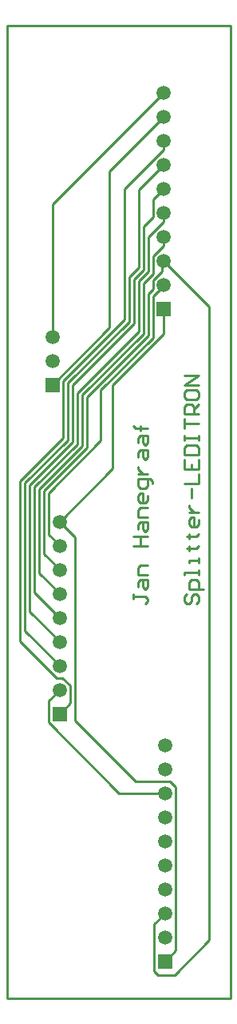
<source format=gtl>
%FSTAX23Y23*%
%MOIN*%
%SFA1B1*%

%IPPOS*%
%ADD11C,0.010000*%
%ADD14C,0.059060*%
%ADD15R,0.059060X0.059060*%
%LNpcb2-1*%
%LPD*%
G54D11*
X0098Y00985D02*
X01915D01*
X0098Y05035D02*
X01915D01*
Y00985D02*
Y05035D01*
X0098Y00985D02*
Y05035D01*
X0147Y03812D02*
Y04354D01*
X01314Y03277D02*
Y03489D01*
X01254Y03539D02*
X0151Y03795D01*
X01635Y03753D02*
Y03856D01*
X0161Y01082D02*
X0168D01*
X01408Y03778D02*
Y04429D01*
X01214Y03556D02*
X0147Y03812D01*
X01595Y01295D02*
X0164Y0134D01*
X01294Y03497D02*
X0155Y03753D01*
X0149Y03803D02*
Y03989D01*
X01595Y01097D02*
X0161Y01082D01*
X01314Y03489D02*
X0157Y03745D01*
X0159Y03736D02*
Y03909D01*
X01294Y03285D02*
Y03497D01*
X01825Y01227D02*
Y03866D01*
X0117Y0354D02*
X01408Y03778D01*
X0151Y03795D02*
Y03979D01*
X01422Y03192D02*
Y0354D01*
X0153Y03761D02*
Y03971D01*
X01422Y0354D02*
X01635Y03753D01*
Y04056D02*
X01825Y03866D01*
X0155Y03753D02*
Y03962D01*
X01595Y01097D02*
Y01295D01*
X01234Y03547D02*
X0149Y03803D01*
X01274Y03293D02*
Y03505D01*
X01372Y03307D02*
Y03519D01*
X01274Y03505D02*
X0153Y03761D01*
X0168Y01082D02*
X01825Y01227D01*
X01372Y03519D02*
X0159Y03736D01*
X012Y0217D02*
X01244Y02214D01*
Y02288*
X01212Y0232D02*
X01244Y02288D01*
X01187Y0232D02*
X01212D01*
X01035Y02471D02*
X01187Y0232D01*
X01035Y02471D02*
Y03139D01*
X01214Y03318*
Y03556*
X0147Y04354D02*
X01635Y04518D01*
Y04556*
X012Y0297D02*
X01265Y02905D01*
Y02143D02*
Y02905D01*
Y02143D02*
X01518Y0189D01*
X0166*
X01685Y01865*
Y01185D02*
Y01865D01*
X0164Y0114D02*
X01685Y01185D01*
X01408Y04429D02*
X01635Y04656D01*
X012Y0287D02*
Y02872D01*
X01155Y02916D02*
X012Y02872D01*
X01155Y02916D02*
Y03089D01*
X01372Y03307*
X0159Y03909D02*
X01635Y03953D01*
Y03956*
X012Y0237D02*
Y02372D01*
X01055Y02516D02*
X012Y02372D01*
X01055Y02516D02*
Y03131D01*
X01234Y0331*
Y03547*
X0149Y03989D02*
X0153Y04029D01*
Y04351*
X01635Y04456*
X012Y0267D02*
Y02672D01*
X01115Y02756D02*
X012Y02672D01*
X01115Y02756D02*
Y03106D01*
X01294Y03285*
X0155Y03962D02*
X0159Y04002D01*
Y04074*
X01635Y04118*
Y04156*
X01095Y02674D02*
X012Y0257D01*
X01095Y02674D02*
Y03114D01*
X01274Y03293*
X0153Y03971D02*
X0157Y04011D01*
Y04154*
X01635Y04218*
Y04256*
X012Y0297D02*
X01422Y03192D01*
X012Y0277D02*
Y02772D01*
X01135Y02836D02*
X012Y02772D01*
X01135Y02836D02*
Y03098D01*
X01314Y03277*
X0157Y03745D02*
Y03917D01*
X0159Y03937*
Y03974*
X01627Y04011*
Y04048*
X01635Y04056*
X012Y0247D02*
Y02472D01*
X01075Y02596D02*
X012Y02472D01*
X01075Y02596D02*
Y03122D01*
X01254Y03302*
Y03539*
X0151Y03979D02*
X0155Y04019D01*
Y04197*
X0159Y04237*
Y04311*
X01635Y04356*
X01449Y0184D02*
X0164D01*
X01155Y02134D02*
X01449Y0184D01*
X01155Y02134D02*
Y02225D01*
X012Y0227*
X0117Y0374D02*
Y04291D01*
X01635Y04756*
X01508Y02669D02*
Y02649D01*
Y02659*
X01558*
X01568Y02649*
Y0264*
X01558Y0263*
X01528Y02699D02*
Y02719D01*
X01538Y02729*
X01568*
Y02699*
X01558Y02689*
X01548Y02699*
Y02729*
X01568Y02749D02*
X01528D01*
Y02779*
X01538Y02789*
X01568*
X01508Y02869D02*
X01568D01*
X01538*
Y02909*
X01508*
X01568*
X01528Y02939D02*
Y02959D01*
X01538Y02969*
X01568*
Y02939*
X01558Y02929*
X01548Y02939*
Y02969*
X01568Y02989D02*
X01528D01*
Y03019*
X01538Y03029*
X01568*
Y03079D02*
Y03059D01*
X01558Y03049*
X01538*
X01528Y03059*
Y03079*
X01538Y03089*
X01548*
Y03049*
X01588Y03129D02*
Y03139D01*
X01578Y03149*
X01528*
Y03119*
X01538Y03109*
X01558*
X01568Y03119*
Y03149*
X01528Y03169D02*
X01568D01*
X01548*
X01538Y03179*
X01528Y03189*
Y03199*
Y03239D02*
Y03259D01*
X01538Y03269*
X01568*
Y03239*
X01558Y03229*
X01548Y03239*
Y03269*
X01528Y03299D02*
Y03319D01*
X01538Y03329*
X01568*
Y03299*
X01558Y03289*
X01548Y03299*
Y03329*
X01568Y03359D02*
X01518D01*
X01538*
Y03349*
Y03369*
Y03359*
X01518*
X01508Y03369*
X0173Y02669D02*
X0172Y02659D01*
Y0264*
X0173Y0263*
X0174*
X0175Y0264*
Y02659*
X0176Y02669*
X0177*
X0178Y02659*
Y0264*
X0177Y0263*
X018Y02689D02*
X0174D01*
Y02719*
X0175Y02729*
X0177*
X0178Y02719*
Y02689*
Y02749D02*
Y02769D01*
Y02759*
X0172*
Y02749*
X0178Y02799D02*
Y02819D01*
Y02809*
X0174*
Y02799*
X0173Y02859D02*
X0174D01*
Y02849*
Y02869*
Y02859*
X0177*
X0178Y02869*
X0173Y02909D02*
X0174D01*
Y02899*
Y02919*
Y02909*
X0177*
X0178Y02919*
Y02979D02*
Y02959D01*
X0177Y02949*
X0175*
X0174Y02959*
Y02979*
X0175Y02989*
X0176*
Y02949*
X0174Y03009D02*
X0178D01*
X0176*
X0175Y03019*
X0174Y03029*
Y03039*
X0175Y03069D02*
Y03109D01*
X0172Y03129D02*
X0178D01*
Y03169*
X0172Y03229D02*
Y03189D01*
X0178*
Y03229*
X0175Y03189D02*
Y03209D01*
X0172Y03249D02*
X0178D01*
Y03279*
X0177Y03289*
X0173*
X0172Y03279*
Y03249*
Y03309D02*
Y03329D01*
Y03319*
X0178*
Y03309*
Y03329*
X0172Y03359D02*
Y03399D01*
Y03379*
X0178*
Y03419D02*
X0172D01*
Y03449*
X0173Y03459*
X0175*
X0176Y03449*
Y03419*
Y03439D02*
X0178Y03459D01*
X0172Y03509D02*
Y03489D01*
X0173Y03479*
X0177*
X0178Y03489*
Y03509*
X0177Y03519*
X0173*
X0172Y03509*
X0178Y03539D02*
X0172D01*
X0178Y03579*
X0172*
G54D14*
X01635Y04056D03*
Y04756D03*
Y04656D03*
Y04556D03*
Y04456D03*
Y04356D03*
Y04256D03*
Y04156D03*
Y03956D03*
X0164Y0134D03*
Y0204D03*
Y0194D03*
Y0184D03*
Y0174D03*
Y0164D03*
Y0154D03*
Y0144D03*
Y0124D03*
X012Y0237D03*
Y0247D03*
Y0257D03*
Y0267D03*
Y0277D03*
Y0287D03*
Y0297D03*
Y0227D03*
X0117Y0364D03*
Y0374D03*
G54D15*
X01635Y03856D03*
X0164Y0114D03*
X012Y0217D03*
X0117Y0354D03*
M02*
</source>
